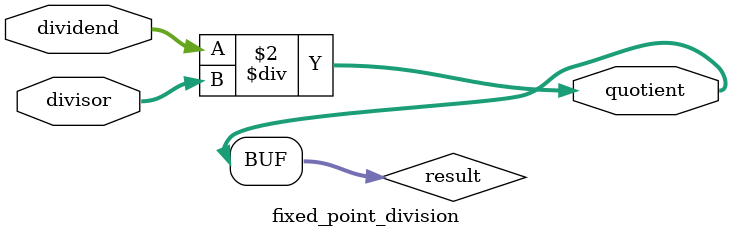
<source format=v>
module fixed_point_division (
    input signed [31:0] dividend, // Dividend
    input signed [15:0] divisor,  // Divisor
    output signed [31:0] quotient  // Quotient
);

// Declare internal variables
reg signed [31:0] result;

// Perform the division
always @* begin
    result = dividend / divisor;
end

// Assign the quotient
assign quotient = result;

endmodule

</source>
